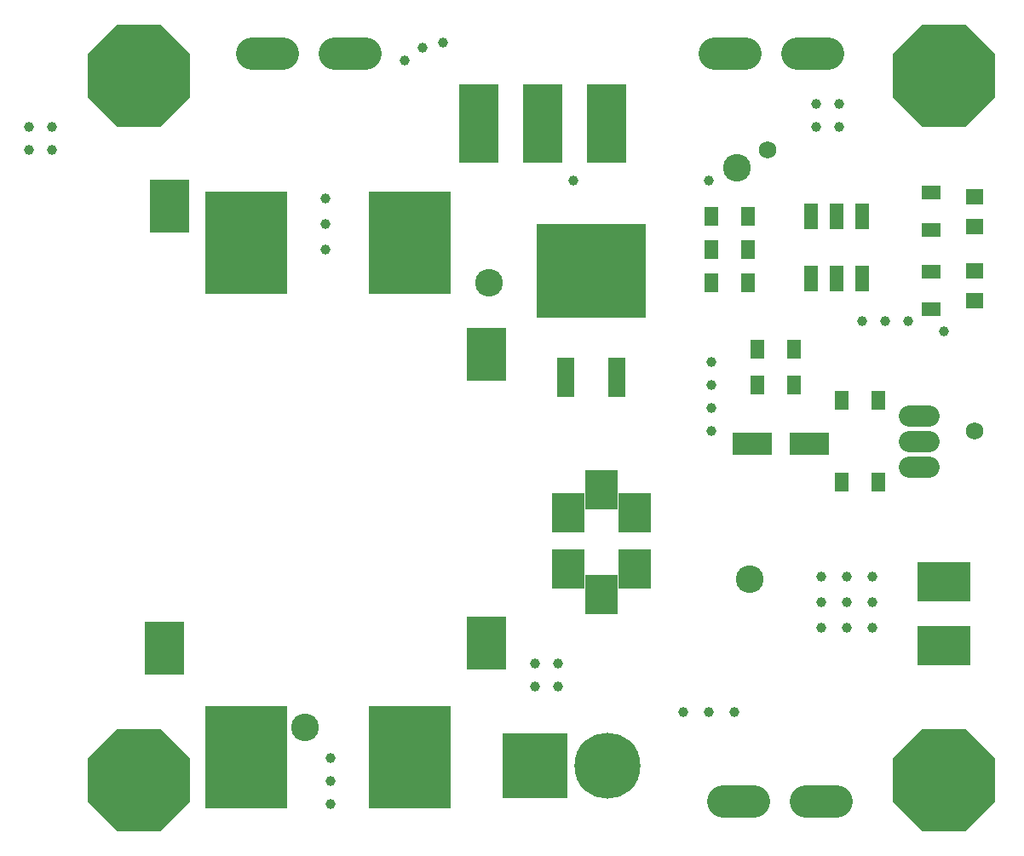
<source format=gbr>
G04 EAGLE Gerber RS-274X export*
G75*
%MOMM*%
%FSLAX34Y34*%
%LPD*%
%INSoldermask Top*%
%IPPOS*%
%AMOC8*
5,1,8,0,0,1.08239X$1,22.5*%
G01*
%ADD10C,3.251200*%
%ADD11R,8.203200X10.203200*%
%ADD12P,11.043842X8X22.500000*%
%ADD13R,6.553200X6.553200*%
%ADD14C,6.553200*%
%ADD15R,3.175000X4.013200*%
%ADD16R,4.013200X5.283200*%
%ADD17R,5.283200X4.013200*%
%ADD18C,2.082800*%
%ADD19R,10.873200X9.403200*%
%ADD20R,1.711200X4.011200*%
%ADD21R,4.013200X7.823200*%
%ADD22R,3.957200X2.311200*%
%ADD23R,1.400000X1.900000*%
%ADD24R,1.700000X1.500000*%
%ADD25R,1.900000X1.400000*%
%ADD26R,1.350200X2.611200*%
%ADD27C,2.743200*%
%ADD28C,0.990600*%
%ADD29C,1.727200*%


D10*
X465100Y954900D02*
X434620Y954900D01*
X517120Y954900D02*
X547600Y954900D01*
X985240Y210960D02*
X1015720Y210960D01*
X933220Y210960D02*
X902740Y210960D01*
D11*
X428620Y766800D03*
X591620Y766800D03*
X428620Y254800D03*
X591620Y254800D03*
D12*
X322580Y232410D03*
X1122680Y232410D03*
X1122680Y932180D03*
X322580Y932180D03*
D13*
X716100Y246380D03*
D14*
X788100Y246380D03*
D15*
X782320Y416560D03*
X782320Y521208D03*
X815340Y441960D03*
X815340Y498348D03*
X749300Y441960D03*
X749300Y497840D03*
D16*
X347980Y363220D03*
X668020Y368300D03*
X353060Y802640D03*
X668020Y655320D03*
D17*
X1122680Y429260D03*
X1122680Y365760D03*
D18*
X1106678Y543560D02*
X1087882Y543560D01*
X1087882Y568960D02*
X1106678Y568960D01*
X1106678Y594360D02*
X1087882Y594360D01*
D19*
X772160Y738800D03*
D20*
X746760Y632800D03*
X797560Y632800D03*
D21*
X787400Y885190D03*
X723900Y885190D03*
X660400Y885190D03*
D22*
X988120Y566420D03*
X932120Y566420D03*
D23*
X890820Y792480D03*
X927820Y792480D03*
X927820Y759460D03*
X890820Y759460D03*
X890820Y726440D03*
X927820Y726440D03*
X1020360Y528320D03*
X1057360Y528320D03*
X1020360Y609600D03*
X1057360Y609600D03*
D24*
X1153160Y812560D03*
X1153160Y782560D03*
D25*
X1109980Y779060D03*
X1109980Y816060D03*
D24*
X1153160Y738900D03*
X1153160Y708900D03*
D25*
X1109980Y700320D03*
X1109980Y737320D03*
D23*
X973540Y660400D03*
X936540Y660400D03*
X973540Y624840D03*
X936540Y624840D03*
D26*
X990600Y730960D03*
X990600Y793040D03*
X1016000Y730960D03*
X1016000Y793040D03*
X1041400Y730960D03*
X1041400Y793040D03*
D10*
X924840Y954900D02*
X894360Y954900D01*
X976860Y954900D02*
X1007340Y954900D01*
D27*
X916940Y840740D03*
X929640Y431800D03*
D28*
X508000Y810260D03*
X508000Y784860D03*
X508000Y759460D03*
X213360Y881380D03*
X236220Y881380D03*
X213360Y858520D03*
X236220Y858520D03*
X513080Y254000D03*
X513080Y231140D03*
X513080Y208280D03*
X716280Y347980D03*
X739140Y347980D03*
X739140Y325120D03*
X716280Y325120D03*
X863600Y299720D03*
X889000Y299720D03*
X914400Y299720D03*
X1000760Y434340D03*
X1026160Y434340D03*
X1051560Y434340D03*
X1000760Y408940D03*
X1026160Y408940D03*
X1051560Y408940D03*
X1000760Y383540D03*
X1026160Y383540D03*
X1051560Y383540D03*
X586740Y947420D03*
X604520Y960120D03*
X624840Y965200D03*
X995680Y904240D03*
X1018540Y904240D03*
X995680Y881380D03*
X1018540Y881380D03*
X891540Y647700D03*
X891540Y624840D03*
X891540Y601980D03*
X891540Y579120D03*
X1087120Y688340D03*
X1064260Y688340D03*
X1041400Y688340D03*
X1122680Y678180D03*
D29*
X947420Y858520D03*
X1153160Y579120D03*
D27*
X670560Y726440D03*
X487680Y284480D03*
D28*
X754380Y828040D03*
X889000Y828040D03*
M02*

</source>
